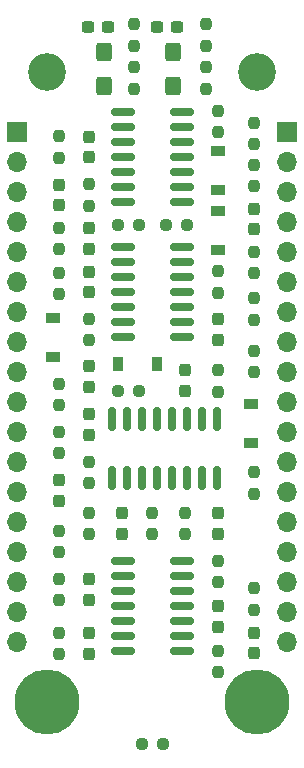
<source format=gbr>
%TF.GenerationSoftware,KiCad,Pcbnew,(6.0.9-0)*%
%TF.CreationDate,2024-11-07T12:29:55+01:00*%
%TF.ProjectId,vca-board,7663612d-626f-4617-9264-2e6b69636164,rev?*%
%TF.SameCoordinates,Original*%
%TF.FileFunction,Soldermask,Top*%
%TF.FilePolarity,Negative*%
%FSLAX46Y46*%
G04 Gerber Fmt 4.6, Leading zero omitted, Abs format (unit mm)*
G04 Created by KiCad (PCBNEW (6.0.9-0)) date 2024-11-07 12:29:55*
%MOMM*%
%LPD*%
G01*
G04 APERTURE LIST*
G04 Aperture macros list*
%AMRoundRect*
0 Rectangle with rounded corners*
0 $1 Rounding radius*
0 $2 $3 $4 $5 $6 $7 $8 $9 X,Y pos of 4 corners*
0 Add a 4 corners polygon primitive as box body*
4,1,4,$2,$3,$4,$5,$6,$7,$8,$9,$2,$3,0*
0 Add four circle primitives for the rounded corners*
1,1,$1+$1,$2,$3*
1,1,$1+$1,$4,$5*
1,1,$1+$1,$6,$7*
1,1,$1+$1,$8,$9*
0 Add four rect primitives between the rounded corners*
20,1,$1+$1,$2,$3,$4,$5,0*
20,1,$1+$1,$4,$5,$6,$7,0*
20,1,$1+$1,$6,$7,$8,$9,0*
20,1,$1+$1,$8,$9,$2,$3,0*%
G04 Aperture macros list end*
%ADD10R,1.200000X0.900000*%
%ADD11RoundRect,0.237500X-0.237500X0.300000X-0.237500X-0.300000X0.237500X-0.300000X0.237500X0.300000X0*%
%ADD12RoundRect,0.237500X-0.237500X0.250000X-0.237500X-0.250000X0.237500X-0.250000X0.237500X0.250000X0*%
%ADD13RoundRect,0.237500X0.237500X-0.250000X0.237500X0.250000X-0.237500X0.250000X-0.237500X-0.250000X0*%
%ADD14C,5.500000*%
%ADD15C,3.200000*%
%ADD16RoundRect,0.237500X-0.250000X-0.237500X0.250000X-0.237500X0.250000X0.237500X-0.250000X0.237500X0*%
%ADD17RoundRect,0.250000X0.425000X-0.537500X0.425000X0.537500X-0.425000X0.537500X-0.425000X-0.537500X0*%
%ADD18RoundRect,0.150000X0.825000X0.150000X-0.825000X0.150000X-0.825000X-0.150000X0.825000X-0.150000X0*%
%ADD19RoundRect,0.150000X-0.825000X-0.150000X0.825000X-0.150000X0.825000X0.150000X-0.825000X0.150000X0*%
%ADD20RoundRect,0.237500X0.237500X-0.300000X0.237500X0.300000X-0.237500X0.300000X-0.237500X-0.300000X0*%
%ADD21RoundRect,0.150000X-0.150000X0.825000X-0.150000X-0.825000X0.150000X-0.825000X0.150000X0.825000X0*%
%ADD22R,0.900000X1.200000*%
%ADD23RoundRect,0.237500X-0.300000X-0.237500X0.300000X-0.237500X0.300000X0.237500X-0.300000X0.237500X0*%
%ADD24O,1.700000X1.700000*%
%ADD25R,1.700000X1.700000*%
G04 APERTURE END LIST*
D10*
%TO.C,D3*%
X67818000Y-60808500D03*
X67818000Y-57508500D03*
%TD*%
D11*
%TO.C,C8*%
X70866000Y-59028500D03*
X70866000Y-57303500D03*
%TD*%
D12*
%TO.C,R36*%
X54356000Y-77978000D03*
X54356000Y-76153000D03*
%TD*%
%TO.C,R26*%
X70866000Y-51839500D03*
X70866000Y-50014500D03*
%TD*%
D13*
%TO.C,R34*%
X54356000Y-58881000D03*
X54356000Y-60706000D03*
%TD*%
D14*
%TO.C,H3*%
X53340000Y-99060000D03*
%TD*%
D15*
%TO.C,H4*%
X71120000Y-45720000D03*
%TD*%
D16*
%TO.C,R10*%
X63142500Y-102616000D03*
X61317500Y-102616000D03*
%TD*%
D13*
%TO.C,R22*%
X67818000Y-48975000D03*
X67818000Y-50800000D03*
%TD*%
D17*
%TO.C,C15*%
X64008000Y-44028500D03*
X64008000Y-46903500D03*
%TD*%
D11*
%TO.C,C10*%
X56896000Y-52909000D03*
X56896000Y-51184000D03*
%TD*%
D12*
%TO.C,R28*%
X54356000Y-73914000D03*
X54356000Y-72089000D03*
%TD*%
D13*
%TO.C,R30*%
X70866000Y-60936500D03*
X70866000Y-62761500D03*
%TD*%
D18*
%TO.C,U2*%
X59755000Y-94742000D03*
X59755000Y-93472000D03*
X59755000Y-92202000D03*
X59755000Y-90932000D03*
X59755000Y-89662000D03*
X59755000Y-88392000D03*
X59755000Y-87122000D03*
X64705000Y-87122000D03*
X64705000Y-88392000D03*
X64705000Y-89662000D03*
X64705000Y-90932000D03*
X64705000Y-92202000D03*
X64705000Y-93472000D03*
X64705000Y-94742000D03*
%TD*%
D19*
%TO.C,U4*%
X64705000Y-60555500D03*
X64705000Y-61825500D03*
X64705000Y-63095500D03*
X64705000Y-64365500D03*
X64705000Y-65635500D03*
X64705000Y-66905500D03*
X64705000Y-68175500D03*
X59755000Y-68175500D03*
X59755000Y-66905500D03*
X59755000Y-65635500D03*
X59755000Y-64365500D03*
X59755000Y-63095500D03*
X59755000Y-61825500D03*
X59755000Y-60555500D03*
%TD*%
D11*
%TO.C,C9*%
X54356000Y-56973000D03*
X54356000Y-55248000D03*
%TD*%
D12*
%TO.C,R13*%
X66802000Y-43481000D03*
X66802000Y-41656000D03*
%TD*%
D10*
%TO.C,D4*%
X67818000Y-55728500D03*
X67818000Y-52428500D03*
%TD*%
D15*
%TO.C,H2*%
X53340000Y-45720000D03*
%TD*%
D20*
%TO.C,C12*%
X67818000Y-66654500D03*
X67818000Y-68379500D03*
%TD*%
D13*
%TO.C,R3*%
X54356000Y-84535000D03*
X54356000Y-86360000D03*
%TD*%
D12*
%TO.C,R23*%
X54356000Y-52982500D03*
X54356000Y-51157500D03*
%TD*%
D20*
%TO.C,C2*%
X56896000Y-88649000D03*
X56896000Y-90374000D03*
%TD*%
D21*
%TO.C,U1*%
X67691000Y-80048500D03*
X66421000Y-80048500D03*
X65151000Y-80048500D03*
X63881000Y-80048500D03*
X62611000Y-80048500D03*
X61341000Y-80048500D03*
X60071000Y-80048500D03*
X58801000Y-80048500D03*
X58801000Y-75098500D03*
X60071000Y-75098500D03*
X61341000Y-75098500D03*
X62611000Y-75098500D03*
X63881000Y-75098500D03*
X65151000Y-75098500D03*
X66421000Y-75098500D03*
X67691000Y-75098500D03*
%TD*%
D20*
%TO.C,C1*%
X54356000Y-80267000D03*
X54356000Y-81992000D03*
%TD*%
D12*
%TO.C,R35*%
X56896000Y-68429500D03*
X56896000Y-66604500D03*
%TD*%
D22*
%TO.C,D6*%
X59310000Y-70461500D03*
X62610000Y-70461500D03*
%TD*%
D19*
%TO.C,U3*%
X64705000Y-49125500D03*
X64705000Y-50395500D03*
X64705000Y-51665500D03*
X64705000Y-52935500D03*
X64705000Y-54205500D03*
X64705000Y-55475500D03*
X64705000Y-56745500D03*
X59755000Y-56745500D03*
X59755000Y-55475500D03*
X59755000Y-54205500D03*
X59755000Y-52935500D03*
X59755000Y-51665500D03*
X59755000Y-50395500D03*
X59755000Y-49125500D03*
%TD*%
D20*
%TO.C,C19*%
X56896000Y-74679000D03*
X56896000Y-76404000D03*
%TD*%
D10*
%TO.C,D5*%
X53848000Y-69825500D03*
X53848000Y-66525500D03*
%TD*%
D20*
%TO.C,C7*%
X65024000Y-70969500D03*
X65024000Y-72694500D03*
%TD*%
D13*
%TO.C,R19*%
X67818000Y-62564000D03*
X67818000Y-64389000D03*
%TD*%
D11*
%TO.C,C11*%
X56896000Y-72340000D03*
X56896000Y-70615000D03*
%TD*%
D12*
%TO.C,R16*%
X70866000Y-81430500D03*
X70866000Y-79605500D03*
%TD*%
%TO.C,R24*%
X56896000Y-57023000D03*
X56896000Y-55198000D03*
%TD*%
D10*
%TO.C,D1*%
X70612000Y-73788000D03*
X70612000Y-77088000D03*
%TD*%
D20*
%TO.C,C13*%
X56896000Y-58931000D03*
X56896000Y-60656000D03*
%TD*%
D23*
%TO.C,C14*%
X64362500Y-41910000D03*
X62637500Y-41910000D03*
%TD*%
D20*
%TO.C,C18*%
X67818000Y-83061000D03*
X67818000Y-84786000D03*
%TD*%
D13*
%TO.C,R31*%
X54356000Y-62691000D03*
X54356000Y-64516000D03*
%TD*%
D12*
%TO.C,R29*%
X70866000Y-66698500D03*
X70866000Y-64873500D03*
%TD*%
%TO.C,R12*%
X66802000Y-47140500D03*
X66802000Y-45315500D03*
%TD*%
%TO.C,R2*%
X60706000Y-43481000D03*
X60706000Y-41656000D03*
%TD*%
%TO.C,R4*%
X56896000Y-80518000D03*
X56896000Y-78693000D03*
%TD*%
D13*
%TO.C,R7*%
X65024000Y-83011000D03*
X65024000Y-84836000D03*
%TD*%
D12*
%TO.C,R5*%
X54356000Y-90424000D03*
X54356000Y-88599000D03*
%TD*%
D23*
%TO.C,C16*%
X58520500Y-41910000D03*
X56795500Y-41910000D03*
%TD*%
D12*
%TO.C,R9*%
X54356000Y-94996000D03*
X54356000Y-93171000D03*
%TD*%
D14*
%TO.C,H1*%
X71120000Y-99060000D03*
%TD*%
D11*
%TO.C,C5*%
X70866000Y-94892500D03*
X70866000Y-93167500D03*
%TD*%
D12*
%TO.C,R1*%
X60706000Y-47140500D03*
X60706000Y-45315500D03*
%TD*%
%TO.C,R17*%
X70866000Y-71120000D03*
X70866000Y-69295000D03*
%TD*%
D13*
%TO.C,R20*%
X70866000Y-53570500D03*
X70866000Y-55395500D03*
%TD*%
D11*
%TO.C,C20*%
X56896000Y-64365500D03*
X56896000Y-62640500D03*
%TD*%
D13*
%TO.C,R8*%
X62230000Y-83011000D03*
X62230000Y-84836000D03*
%TD*%
D12*
%TO.C,R14*%
X67818000Y-96520000D03*
X67818000Y-94695000D03*
%TD*%
D16*
%TO.C,R25*%
X65174500Y-58650500D03*
X63349500Y-58650500D03*
%TD*%
D20*
%TO.C,C6*%
X67818000Y-90958500D03*
X67818000Y-92683500D03*
%TD*%
D16*
%TO.C,R21*%
X61110500Y-58650500D03*
X59285500Y-58650500D03*
%TD*%
D13*
%TO.C,R6*%
X56896000Y-83011000D03*
X56896000Y-84836000D03*
%TD*%
D12*
%TO.C,R18*%
X67818000Y-72771000D03*
X67818000Y-70946000D03*
%TD*%
D11*
%TO.C,C3*%
X59690000Y-84786000D03*
X59690000Y-83061000D03*
%TD*%
D12*
%TO.C,R11*%
X70866000Y-91233000D03*
X70866000Y-89408000D03*
%TD*%
D13*
%TO.C,R15*%
X67818000Y-87075000D03*
X67818000Y-88900000D03*
%TD*%
D17*
%TO.C,C17*%
X58166000Y-44028500D03*
X58166000Y-46903500D03*
%TD*%
D16*
%TO.C,R27*%
X61110500Y-72747500D03*
X59285500Y-72747500D03*
%TD*%
D20*
%TO.C,C4*%
X56896000Y-93221000D03*
X56896000Y-94946000D03*
%TD*%
D24*
%TO.C,J2*%
X73660000Y-93980000D03*
X73660000Y-91440000D03*
X73660000Y-88900000D03*
X73660000Y-86360000D03*
X73660000Y-83820000D03*
X73660000Y-81280000D03*
X73660000Y-78740000D03*
X73660000Y-76200000D03*
X73660000Y-73660000D03*
X73660000Y-71120000D03*
X73660000Y-68580000D03*
X73660000Y-66040000D03*
X73660000Y-63500000D03*
X73660000Y-60960000D03*
X73660000Y-58420000D03*
X73660000Y-55880000D03*
X73660000Y-53340000D03*
D25*
X73660000Y-50800000D03*
%TD*%
D24*
%TO.C,J1*%
X50800000Y-93980000D03*
X50800000Y-91440000D03*
X50800000Y-88900000D03*
X50800000Y-86360000D03*
X50800000Y-83820000D03*
X50800000Y-81280000D03*
X50800000Y-78740000D03*
X50800000Y-76200000D03*
X50800000Y-73660000D03*
X50800000Y-71120000D03*
X50800000Y-68580000D03*
X50800000Y-66040000D03*
X50800000Y-63500000D03*
X50800000Y-60960000D03*
X50800000Y-58420000D03*
X50800000Y-55880000D03*
X50800000Y-53340000D03*
D25*
X50800000Y-50800000D03*
%TD*%
M02*

</source>
